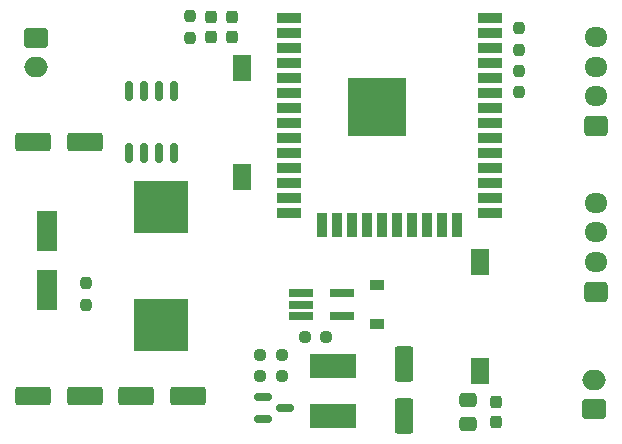
<source format=gbr>
%TF.GenerationSoftware,KiCad,Pcbnew,5.99.0-unknown-5a832fc337~130~ubuntu20.04.1*%
%TF.CreationDate,2021-06-20T17:00:02+02:00*%
%TF.ProjectId,LED-Treiber,4c45442d-5472-4656-9962-65722e6b6963,rev?*%
%TF.SameCoordinates,Original*%
%TF.FileFunction,Soldermask,Top*%
%TF.FilePolarity,Negative*%
%FSLAX46Y46*%
G04 Gerber Fmt 4.6, Leading zero omitted, Abs format (unit mm)*
G04 Created by KiCad (PCBNEW 5.99.0-unknown-5a832fc337~130~ubuntu20.04.1) date 2021-06-20 17:00:02*
%MOMM*%
%LPD*%
G01*
G04 APERTURE LIST*
G04 Aperture macros list*
%AMRoundRect*
0 Rectangle with rounded corners*
0 $1 Rounding radius*
0 $2 $3 $4 $5 $6 $7 $8 $9 X,Y pos of 4 corners*
0 Add a 4 corners polygon primitive as box body*
4,1,4,$2,$3,$4,$5,$6,$7,$8,$9,$2,$3,0*
0 Add four circle primitives for the rounded corners*
1,1,$1+$1,$2,$3*
1,1,$1+$1,$4,$5*
1,1,$1+$1,$6,$7*
1,1,$1+$1,$8,$9*
0 Add four rect primitives between the rounded corners*
20,1,$1+$1,$2,$3,$4,$5,0*
20,1,$1+$1,$4,$5,$6,$7,0*
20,1,$1+$1,$6,$7,$8,$9,0*
20,1,$1+$1,$8,$9,$2,$3,0*%
G04 Aperture macros list end*
%ADD10RoundRect,0.250000X0.750000X-0.600000X0.750000X0.600000X-0.750000X0.600000X-0.750000X-0.600000X0*%
%ADD11O,2.000000X1.700000*%
%ADD12RoundRect,0.250000X0.725000X-0.600000X0.725000X0.600000X-0.725000X0.600000X-0.725000X-0.600000X0*%
%ADD13O,1.950000X1.700000*%
%ADD14RoundRect,0.250000X-0.750000X0.600000X-0.750000X-0.600000X0.750000X-0.600000X0.750000X0.600000X0*%
%ADD15RoundRect,0.237500X0.237500X-0.250000X0.237500X0.250000X-0.237500X0.250000X-0.237500X-0.250000X0*%
%ADD16RoundRect,0.150000X0.150000X-0.675000X0.150000X0.675000X-0.150000X0.675000X-0.150000X-0.675000X0*%
%ADD17RoundRect,0.250275X-0.474725X0.337225X-0.474725X-0.337225X0.474725X-0.337225X0.474725X0.337225X0*%
%ADD18RoundRect,0.250000X1.250000X0.550000X-1.250000X0.550000X-1.250000X-0.550000X1.250000X-0.550000X0*%
%ADD19RoundRect,0.237500X0.237500X-0.300000X0.237500X0.300000X-0.237500X0.300000X-0.237500X-0.300000X0*%
%ADD20RoundRect,0.237500X0.250000X0.237500X-0.250000X0.237500X-0.250000X-0.237500X0.250000X-0.237500X0*%
%ADD21RoundRect,0.150000X-0.587500X-0.150000X0.587500X-0.150000X0.587500X0.150000X-0.587500X0.150000X0*%
%ADD22R,1.200000X0.900000*%
%ADD23R,1.800000X3.500000*%
%ADD24RoundRect,0.237500X-0.237500X0.250000X-0.237500X-0.250000X0.237500X-0.250000X0.237500X0.250000X0*%
%ADD25R,4.562100X4.462100*%
%ADD26RoundRect,0.250000X-1.250000X-0.550000X1.250000X-0.550000X1.250000X0.550000X-1.250000X0.550000X0*%
%ADD27R,2.000000X0.650000*%
%ADD28RoundRect,0.237500X-0.237500X0.300000X-0.237500X-0.300000X0.237500X-0.300000X0.237500X0.300000X0*%
%ADD29R,1.600000X2.180000*%
%ADD30R,4.000000X2.000000*%
%ADD31R,2.000000X0.900000*%
%ADD32R,0.900000X2.000000*%
%ADD33R,5.000000X5.000000*%
%ADD34RoundRect,0.250000X-0.550000X1.250000X-0.550000X-1.250000X0.550000X-1.250000X0.550000X1.250000X0*%
G04 APERTURE END LIST*
D10*
%TO.C,J5*%
X161875000Y-91050000D03*
D11*
X161875000Y-88550000D03*
%TD*%
D12*
%TO.C,J2*%
X161975000Y-81100000D03*
D13*
X161975000Y-78600000D03*
X161975000Y-76100000D03*
X161975000Y-73600000D03*
%TD*%
D12*
%TO.C,J6*%
X161975000Y-67050000D03*
D13*
X161975000Y-64550000D03*
X161975000Y-62050000D03*
X161975000Y-59550000D03*
%TD*%
D14*
%TO.C,J1*%
X114625000Y-59600000D03*
D11*
X114625000Y-62100000D03*
%TD*%
D15*
%TO.C,R1*%
X127632000Y-59627500D03*
X127632000Y-57802500D03*
%TD*%
D16*
%TO.C,U1*%
X122495000Y-69340000D03*
X123765000Y-69340000D03*
X125035000Y-69340000D03*
X126305000Y-69340000D03*
X126305000Y-64090000D03*
X125035000Y-64090000D03*
X123765000Y-64090000D03*
X122495000Y-64090000D03*
%TD*%
D17*
%TO.C,REF\u002A\u002A*%
X151200000Y-90262500D03*
X151200000Y-92337500D03*
%TD*%
D18*
%TO.C,C4*%
X127450000Y-89965000D03*
X123050000Y-89965000D03*
%TD*%
D19*
%TO.C,C7*%
X129410000Y-59577500D03*
X129410000Y-57852500D03*
%TD*%
D20*
%TO.C,R4*%
X135425000Y-86465000D03*
X133600000Y-86465000D03*
%TD*%
D21*
%TO.C,Q1*%
X133825000Y-90015000D03*
X133825000Y-91915000D03*
X135700000Y-90965000D03*
%TD*%
D22*
%TO.C,D2*%
X143500000Y-80515000D03*
X143500000Y-83815000D03*
%TD*%
D20*
%TO.C,R5*%
X135425000Y-88215000D03*
X133600000Y-88215000D03*
%TD*%
D23*
%TO.C,D1*%
X115500000Y-75965000D03*
X115500000Y-80965000D03*
%TD*%
D24*
%TO.C,R6*%
X155500000Y-62390000D03*
X155500000Y-64215000D03*
%TD*%
D25*
%TO.C,L1*%
X125150000Y-73915000D03*
X125150000Y-83915000D03*
%TD*%
D26*
%TO.C,C1*%
X114300000Y-68465000D03*
X118700000Y-68465000D03*
%TD*%
D24*
%TO.C,R2*%
X118800000Y-80387500D03*
X118800000Y-82212500D03*
%TD*%
D27*
%TO.C,U3*%
X137052500Y-81265000D03*
X137052500Y-82215000D03*
X137052500Y-83165000D03*
X140472500Y-83165000D03*
X140472500Y-81265000D03*
%TD*%
D28*
%TO.C,REF\u002A\u002A*%
X153500000Y-90437500D03*
X153500000Y-92162500D03*
%TD*%
D19*
%TO.C,C2*%
X131222000Y-59577500D03*
X131222000Y-57852500D03*
%TD*%
D29*
%TO.C,SW2*%
X152200000Y-87790000D03*
X152200000Y-78610000D03*
%TD*%
D30*
%TO.C,L2*%
X139750000Y-87415000D03*
X139750000Y-91615000D03*
%TD*%
D26*
%TO.C,C3*%
X114300000Y-89965000D03*
X118700000Y-89965000D03*
%TD*%
D29*
%TO.C,SW1*%
X132000000Y-71390000D03*
X132000000Y-62210000D03*
%TD*%
D24*
%TO.C,R7*%
X155500000Y-58802500D03*
X155500000Y-60627500D03*
%TD*%
D31*
%TO.C,U2*%
X136000000Y-57960000D03*
X136000000Y-59230000D03*
X136000000Y-60500000D03*
X136000000Y-61770000D03*
X136000000Y-63040000D03*
X136000000Y-64310000D03*
X136000000Y-65580000D03*
X136000000Y-66850000D03*
X136000000Y-68120000D03*
X136000000Y-69390000D03*
X136000000Y-70660000D03*
X136000000Y-71930000D03*
X136000000Y-73200000D03*
X136000000Y-74470000D03*
D32*
X138785000Y-75470000D03*
X140055000Y-75470000D03*
X141325000Y-75470000D03*
X142595000Y-75470000D03*
X143865000Y-75470000D03*
X145135000Y-75470000D03*
X146405000Y-75470000D03*
X147675000Y-75470000D03*
X148945000Y-75470000D03*
X150215000Y-75470000D03*
D31*
X153000000Y-74470000D03*
X153000000Y-73200000D03*
X153000000Y-71930000D03*
X153000000Y-70660000D03*
X153000000Y-69390000D03*
X153000000Y-68120000D03*
X153000000Y-66850000D03*
X153000000Y-65580000D03*
X153000000Y-64310000D03*
X153000000Y-63040000D03*
X153000000Y-61770000D03*
X153000000Y-60500000D03*
X153000000Y-59230000D03*
X153000000Y-57960000D03*
D33*
X143500000Y-65460000D03*
%TD*%
D20*
%TO.C,R3*%
X139172500Y-84930000D03*
X137347500Y-84930000D03*
%TD*%
D34*
%TO.C,C5*%
X145750000Y-87215000D03*
X145750000Y-91615000D03*
%TD*%
M02*

</source>
